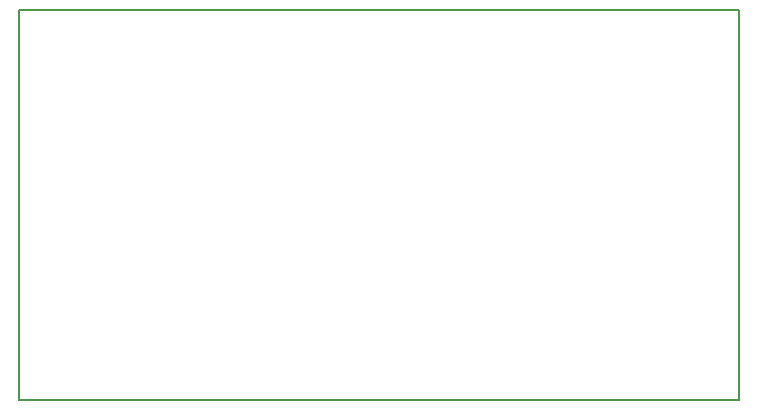
<source format=gbr>
G04 #@! TF.FileFunction,Profile,NP*
%FSLAX46Y46*%
G04 Gerber Fmt 4.6, Leading zero omitted, Abs format (unit mm)*
G04 Created by KiCad (PCBNEW 4.0.2-4+6225~38~ubuntu14.04.1-stable) date fre 22 apr 2016 20:18:46*
%MOMM*%
G01*
G04 APERTURE LIST*
%ADD10C,0.100000*%
%ADD11C,0.150000*%
G04 APERTURE END LIST*
D10*
D11*
X110490000Y-86360000D02*
X171450000Y-86360000D01*
X110490000Y-119380000D02*
X110490000Y-86360000D01*
X171450000Y-119380000D02*
X110490000Y-119380000D01*
X171450000Y-86360000D02*
X171450000Y-119380000D01*
M02*

</source>
